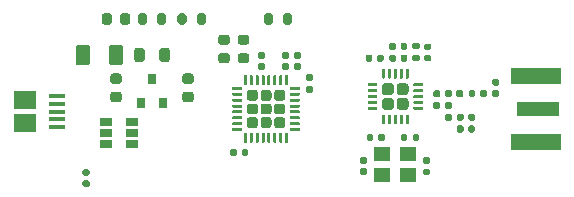
<source format=gtp>
%TF.GenerationSoftware,KiCad,Pcbnew,(5.1.12)-1*%
%TF.CreationDate,2022-02-05T21:00:18-05:00*%
%TF.ProjectId,usb-rf,7573622d-7266-42e6-9b69-6361645f7063,rev?*%
%TF.SameCoordinates,Original*%
%TF.FileFunction,Paste,Top*%
%TF.FilePolarity,Positive*%
%FSLAX46Y46*%
G04 Gerber Fmt 4.6, Leading zero omitted, Abs format (unit mm)*
G04 Created by KiCad (PCBNEW (5.1.12)-1) date 2022-02-05 21:00:18*
%MOMM*%
%LPD*%
G01*
G04 APERTURE LIST*
%ADD10R,3.600000X1.270000*%
%ADD11R,4.200000X1.350000*%
%ADD12R,1.900000X1.500000*%
%ADD13R,1.350000X0.400000*%
%ADD14R,1.400000X1.200000*%
%ADD15R,1.060000X0.650000*%
%ADD16R,0.800000X0.900000*%
G04 APERTURE END LIST*
D10*
X161236000Y-81788000D03*
D11*
X161036000Y-78963000D03*
X161036000Y-84613000D03*
D12*
X117762500Y-81000000D03*
D13*
X120462500Y-82000000D03*
X120462500Y-82650000D03*
X120462500Y-83300000D03*
X120462500Y-80700000D03*
X120462500Y-81350000D03*
D12*
X117762500Y-83000000D03*
G36*
G01*
X136793500Y-82473000D02*
X137258500Y-82473000D01*
G75*
G02*
X137491000Y-82705500I0J-232500D01*
G01*
X137491000Y-83170500D01*
G75*
G02*
X137258500Y-83403000I-232500J0D01*
G01*
X136793500Y-83403000D01*
G75*
G02*
X136561000Y-83170500I0J232500D01*
G01*
X136561000Y-82705500D01*
G75*
G02*
X136793500Y-82473000I232500J0D01*
G01*
G37*
G36*
G01*
X137943500Y-82473000D02*
X138408500Y-82473000D01*
G75*
G02*
X138641000Y-82705500I0J-232500D01*
G01*
X138641000Y-83170500D01*
G75*
G02*
X138408500Y-83403000I-232500J0D01*
G01*
X137943500Y-83403000D01*
G75*
G02*
X137711000Y-83170500I0J232500D01*
G01*
X137711000Y-82705500D01*
G75*
G02*
X137943500Y-82473000I232500J0D01*
G01*
G37*
G36*
G01*
X139093500Y-82473000D02*
X139558500Y-82473000D01*
G75*
G02*
X139791000Y-82705500I0J-232500D01*
G01*
X139791000Y-83170500D01*
G75*
G02*
X139558500Y-83403000I-232500J0D01*
G01*
X139093500Y-83403000D01*
G75*
G02*
X138861000Y-83170500I0J232500D01*
G01*
X138861000Y-82705500D01*
G75*
G02*
X139093500Y-82473000I232500J0D01*
G01*
G37*
G36*
G01*
X136793500Y-81323000D02*
X137258500Y-81323000D01*
G75*
G02*
X137491000Y-81555500I0J-232500D01*
G01*
X137491000Y-82020500D01*
G75*
G02*
X137258500Y-82253000I-232500J0D01*
G01*
X136793500Y-82253000D01*
G75*
G02*
X136561000Y-82020500I0J232500D01*
G01*
X136561000Y-81555500D01*
G75*
G02*
X136793500Y-81323000I232500J0D01*
G01*
G37*
G36*
G01*
X137943500Y-81323000D02*
X138408500Y-81323000D01*
G75*
G02*
X138641000Y-81555500I0J-232500D01*
G01*
X138641000Y-82020500D01*
G75*
G02*
X138408500Y-82253000I-232500J0D01*
G01*
X137943500Y-82253000D01*
G75*
G02*
X137711000Y-82020500I0J232500D01*
G01*
X137711000Y-81555500D01*
G75*
G02*
X137943500Y-81323000I232500J0D01*
G01*
G37*
G36*
G01*
X139093500Y-81323000D02*
X139558500Y-81323000D01*
G75*
G02*
X139791000Y-81555500I0J-232500D01*
G01*
X139791000Y-82020500D01*
G75*
G02*
X139558500Y-82253000I-232500J0D01*
G01*
X139093500Y-82253000D01*
G75*
G02*
X138861000Y-82020500I0J232500D01*
G01*
X138861000Y-81555500D01*
G75*
G02*
X139093500Y-81323000I232500J0D01*
G01*
G37*
G36*
G01*
X136793500Y-80173000D02*
X137258500Y-80173000D01*
G75*
G02*
X137491000Y-80405500I0J-232500D01*
G01*
X137491000Y-80870500D01*
G75*
G02*
X137258500Y-81103000I-232500J0D01*
G01*
X136793500Y-81103000D01*
G75*
G02*
X136561000Y-80870500I0J232500D01*
G01*
X136561000Y-80405500D01*
G75*
G02*
X136793500Y-80173000I232500J0D01*
G01*
G37*
G36*
G01*
X137943500Y-80173000D02*
X138408500Y-80173000D01*
G75*
G02*
X138641000Y-80405500I0J-232500D01*
G01*
X138641000Y-80870500D01*
G75*
G02*
X138408500Y-81103000I-232500J0D01*
G01*
X137943500Y-81103000D01*
G75*
G02*
X137711000Y-80870500I0J232500D01*
G01*
X137711000Y-80405500D01*
G75*
G02*
X137943500Y-80173000I232500J0D01*
G01*
G37*
G36*
G01*
X139093500Y-80173000D02*
X139558500Y-80173000D01*
G75*
G02*
X139791000Y-80405500I0J-232500D01*
G01*
X139791000Y-80870500D01*
G75*
G02*
X139558500Y-81103000I-232500J0D01*
G01*
X139093500Y-81103000D01*
G75*
G02*
X138861000Y-80870500I0J232500D01*
G01*
X138861000Y-80405500D01*
G75*
G02*
X139093500Y-80173000I232500J0D01*
G01*
G37*
G36*
G01*
X140238500Y-79913000D02*
X140988500Y-79913000D01*
G75*
G02*
X141051000Y-79975500I0J-62500D01*
G01*
X141051000Y-80100500D01*
G75*
G02*
X140988500Y-80163000I-62500J0D01*
G01*
X140238500Y-80163000D01*
G75*
G02*
X140176000Y-80100500I0J62500D01*
G01*
X140176000Y-79975500D01*
G75*
G02*
X140238500Y-79913000I62500J0D01*
G01*
G37*
G36*
G01*
X140238500Y-80413000D02*
X140988500Y-80413000D01*
G75*
G02*
X141051000Y-80475500I0J-62500D01*
G01*
X141051000Y-80600500D01*
G75*
G02*
X140988500Y-80663000I-62500J0D01*
G01*
X140238500Y-80663000D01*
G75*
G02*
X140176000Y-80600500I0J62500D01*
G01*
X140176000Y-80475500D01*
G75*
G02*
X140238500Y-80413000I62500J0D01*
G01*
G37*
G36*
G01*
X140238500Y-80913000D02*
X140988500Y-80913000D01*
G75*
G02*
X141051000Y-80975500I0J-62500D01*
G01*
X141051000Y-81100500D01*
G75*
G02*
X140988500Y-81163000I-62500J0D01*
G01*
X140238500Y-81163000D01*
G75*
G02*
X140176000Y-81100500I0J62500D01*
G01*
X140176000Y-80975500D01*
G75*
G02*
X140238500Y-80913000I62500J0D01*
G01*
G37*
G36*
G01*
X140238500Y-81413000D02*
X140988500Y-81413000D01*
G75*
G02*
X141051000Y-81475500I0J-62500D01*
G01*
X141051000Y-81600500D01*
G75*
G02*
X140988500Y-81663000I-62500J0D01*
G01*
X140238500Y-81663000D01*
G75*
G02*
X140176000Y-81600500I0J62500D01*
G01*
X140176000Y-81475500D01*
G75*
G02*
X140238500Y-81413000I62500J0D01*
G01*
G37*
G36*
G01*
X140238500Y-81913000D02*
X140988500Y-81913000D01*
G75*
G02*
X141051000Y-81975500I0J-62500D01*
G01*
X141051000Y-82100500D01*
G75*
G02*
X140988500Y-82163000I-62500J0D01*
G01*
X140238500Y-82163000D01*
G75*
G02*
X140176000Y-82100500I0J62500D01*
G01*
X140176000Y-81975500D01*
G75*
G02*
X140238500Y-81913000I62500J0D01*
G01*
G37*
G36*
G01*
X140238500Y-82413000D02*
X140988500Y-82413000D01*
G75*
G02*
X141051000Y-82475500I0J-62500D01*
G01*
X141051000Y-82600500D01*
G75*
G02*
X140988500Y-82663000I-62500J0D01*
G01*
X140238500Y-82663000D01*
G75*
G02*
X140176000Y-82600500I0J62500D01*
G01*
X140176000Y-82475500D01*
G75*
G02*
X140238500Y-82413000I62500J0D01*
G01*
G37*
G36*
G01*
X140238500Y-82913000D02*
X140988500Y-82913000D01*
G75*
G02*
X141051000Y-82975500I0J-62500D01*
G01*
X141051000Y-83100500D01*
G75*
G02*
X140988500Y-83163000I-62500J0D01*
G01*
X140238500Y-83163000D01*
G75*
G02*
X140176000Y-83100500I0J62500D01*
G01*
X140176000Y-82975500D01*
G75*
G02*
X140238500Y-82913000I62500J0D01*
G01*
G37*
G36*
G01*
X140238500Y-83413000D02*
X140988500Y-83413000D01*
G75*
G02*
X141051000Y-83475500I0J-62500D01*
G01*
X141051000Y-83600500D01*
G75*
G02*
X140988500Y-83663000I-62500J0D01*
G01*
X140238500Y-83663000D01*
G75*
G02*
X140176000Y-83600500I0J62500D01*
G01*
X140176000Y-83475500D01*
G75*
G02*
X140238500Y-83413000I62500J0D01*
G01*
G37*
G36*
G01*
X139863500Y-83788000D02*
X139988500Y-83788000D01*
G75*
G02*
X140051000Y-83850500I0J-62500D01*
G01*
X140051000Y-84600500D01*
G75*
G02*
X139988500Y-84663000I-62500J0D01*
G01*
X139863500Y-84663000D01*
G75*
G02*
X139801000Y-84600500I0J62500D01*
G01*
X139801000Y-83850500D01*
G75*
G02*
X139863500Y-83788000I62500J0D01*
G01*
G37*
G36*
G01*
X139363500Y-83788000D02*
X139488500Y-83788000D01*
G75*
G02*
X139551000Y-83850500I0J-62500D01*
G01*
X139551000Y-84600500D01*
G75*
G02*
X139488500Y-84663000I-62500J0D01*
G01*
X139363500Y-84663000D01*
G75*
G02*
X139301000Y-84600500I0J62500D01*
G01*
X139301000Y-83850500D01*
G75*
G02*
X139363500Y-83788000I62500J0D01*
G01*
G37*
G36*
G01*
X138863500Y-83788000D02*
X138988500Y-83788000D01*
G75*
G02*
X139051000Y-83850500I0J-62500D01*
G01*
X139051000Y-84600500D01*
G75*
G02*
X138988500Y-84663000I-62500J0D01*
G01*
X138863500Y-84663000D01*
G75*
G02*
X138801000Y-84600500I0J62500D01*
G01*
X138801000Y-83850500D01*
G75*
G02*
X138863500Y-83788000I62500J0D01*
G01*
G37*
G36*
G01*
X138363500Y-83788000D02*
X138488500Y-83788000D01*
G75*
G02*
X138551000Y-83850500I0J-62500D01*
G01*
X138551000Y-84600500D01*
G75*
G02*
X138488500Y-84663000I-62500J0D01*
G01*
X138363500Y-84663000D01*
G75*
G02*
X138301000Y-84600500I0J62500D01*
G01*
X138301000Y-83850500D01*
G75*
G02*
X138363500Y-83788000I62500J0D01*
G01*
G37*
G36*
G01*
X137863500Y-83788000D02*
X137988500Y-83788000D01*
G75*
G02*
X138051000Y-83850500I0J-62500D01*
G01*
X138051000Y-84600500D01*
G75*
G02*
X137988500Y-84663000I-62500J0D01*
G01*
X137863500Y-84663000D01*
G75*
G02*
X137801000Y-84600500I0J62500D01*
G01*
X137801000Y-83850500D01*
G75*
G02*
X137863500Y-83788000I62500J0D01*
G01*
G37*
G36*
G01*
X137363500Y-83788000D02*
X137488500Y-83788000D01*
G75*
G02*
X137551000Y-83850500I0J-62500D01*
G01*
X137551000Y-84600500D01*
G75*
G02*
X137488500Y-84663000I-62500J0D01*
G01*
X137363500Y-84663000D01*
G75*
G02*
X137301000Y-84600500I0J62500D01*
G01*
X137301000Y-83850500D01*
G75*
G02*
X137363500Y-83788000I62500J0D01*
G01*
G37*
G36*
G01*
X136863500Y-83788000D02*
X136988500Y-83788000D01*
G75*
G02*
X137051000Y-83850500I0J-62500D01*
G01*
X137051000Y-84600500D01*
G75*
G02*
X136988500Y-84663000I-62500J0D01*
G01*
X136863500Y-84663000D01*
G75*
G02*
X136801000Y-84600500I0J62500D01*
G01*
X136801000Y-83850500D01*
G75*
G02*
X136863500Y-83788000I62500J0D01*
G01*
G37*
G36*
G01*
X136363500Y-83788000D02*
X136488500Y-83788000D01*
G75*
G02*
X136551000Y-83850500I0J-62500D01*
G01*
X136551000Y-84600500D01*
G75*
G02*
X136488500Y-84663000I-62500J0D01*
G01*
X136363500Y-84663000D01*
G75*
G02*
X136301000Y-84600500I0J62500D01*
G01*
X136301000Y-83850500D01*
G75*
G02*
X136363500Y-83788000I62500J0D01*
G01*
G37*
G36*
G01*
X135363500Y-83413000D02*
X136113500Y-83413000D01*
G75*
G02*
X136176000Y-83475500I0J-62500D01*
G01*
X136176000Y-83600500D01*
G75*
G02*
X136113500Y-83663000I-62500J0D01*
G01*
X135363500Y-83663000D01*
G75*
G02*
X135301000Y-83600500I0J62500D01*
G01*
X135301000Y-83475500D01*
G75*
G02*
X135363500Y-83413000I62500J0D01*
G01*
G37*
G36*
G01*
X135363500Y-82913000D02*
X136113500Y-82913000D01*
G75*
G02*
X136176000Y-82975500I0J-62500D01*
G01*
X136176000Y-83100500D01*
G75*
G02*
X136113500Y-83163000I-62500J0D01*
G01*
X135363500Y-83163000D01*
G75*
G02*
X135301000Y-83100500I0J62500D01*
G01*
X135301000Y-82975500D01*
G75*
G02*
X135363500Y-82913000I62500J0D01*
G01*
G37*
G36*
G01*
X135363500Y-82413000D02*
X136113500Y-82413000D01*
G75*
G02*
X136176000Y-82475500I0J-62500D01*
G01*
X136176000Y-82600500D01*
G75*
G02*
X136113500Y-82663000I-62500J0D01*
G01*
X135363500Y-82663000D01*
G75*
G02*
X135301000Y-82600500I0J62500D01*
G01*
X135301000Y-82475500D01*
G75*
G02*
X135363500Y-82413000I62500J0D01*
G01*
G37*
G36*
G01*
X135363500Y-81913000D02*
X136113500Y-81913000D01*
G75*
G02*
X136176000Y-81975500I0J-62500D01*
G01*
X136176000Y-82100500D01*
G75*
G02*
X136113500Y-82163000I-62500J0D01*
G01*
X135363500Y-82163000D01*
G75*
G02*
X135301000Y-82100500I0J62500D01*
G01*
X135301000Y-81975500D01*
G75*
G02*
X135363500Y-81913000I62500J0D01*
G01*
G37*
G36*
G01*
X135363500Y-81413000D02*
X136113500Y-81413000D01*
G75*
G02*
X136176000Y-81475500I0J-62500D01*
G01*
X136176000Y-81600500D01*
G75*
G02*
X136113500Y-81663000I-62500J0D01*
G01*
X135363500Y-81663000D01*
G75*
G02*
X135301000Y-81600500I0J62500D01*
G01*
X135301000Y-81475500D01*
G75*
G02*
X135363500Y-81413000I62500J0D01*
G01*
G37*
G36*
G01*
X135363500Y-80913000D02*
X136113500Y-80913000D01*
G75*
G02*
X136176000Y-80975500I0J-62500D01*
G01*
X136176000Y-81100500D01*
G75*
G02*
X136113500Y-81163000I-62500J0D01*
G01*
X135363500Y-81163000D01*
G75*
G02*
X135301000Y-81100500I0J62500D01*
G01*
X135301000Y-80975500D01*
G75*
G02*
X135363500Y-80913000I62500J0D01*
G01*
G37*
G36*
G01*
X135363500Y-80413000D02*
X136113500Y-80413000D01*
G75*
G02*
X136176000Y-80475500I0J-62500D01*
G01*
X136176000Y-80600500D01*
G75*
G02*
X136113500Y-80663000I-62500J0D01*
G01*
X135363500Y-80663000D01*
G75*
G02*
X135301000Y-80600500I0J62500D01*
G01*
X135301000Y-80475500D01*
G75*
G02*
X135363500Y-80413000I62500J0D01*
G01*
G37*
G36*
G01*
X135363500Y-79913000D02*
X136113500Y-79913000D01*
G75*
G02*
X136176000Y-79975500I0J-62500D01*
G01*
X136176000Y-80100500D01*
G75*
G02*
X136113500Y-80163000I-62500J0D01*
G01*
X135363500Y-80163000D01*
G75*
G02*
X135301000Y-80100500I0J62500D01*
G01*
X135301000Y-79975500D01*
G75*
G02*
X135363500Y-79913000I62500J0D01*
G01*
G37*
G36*
G01*
X136363500Y-78913000D02*
X136488500Y-78913000D01*
G75*
G02*
X136551000Y-78975500I0J-62500D01*
G01*
X136551000Y-79725500D01*
G75*
G02*
X136488500Y-79788000I-62500J0D01*
G01*
X136363500Y-79788000D01*
G75*
G02*
X136301000Y-79725500I0J62500D01*
G01*
X136301000Y-78975500D01*
G75*
G02*
X136363500Y-78913000I62500J0D01*
G01*
G37*
G36*
G01*
X136863500Y-78913000D02*
X136988500Y-78913000D01*
G75*
G02*
X137051000Y-78975500I0J-62500D01*
G01*
X137051000Y-79725500D01*
G75*
G02*
X136988500Y-79788000I-62500J0D01*
G01*
X136863500Y-79788000D01*
G75*
G02*
X136801000Y-79725500I0J62500D01*
G01*
X136801000Y-78975500D01*
G75*
G02*
X136863500Y-78913000I62500J0D01*
G01*
G37*
G36*
G01*
X137363500Y-78913000D02*
X137488500Y-78913000D01*
G75*
G02*
X137551000Y-78975500I0J-62500D01*
G01*
X137551000Y-79725500D01*
G75*
G02*
X137488500Y-79788000I-62500J0D01*
G01*
X137363500Y-79788000D01*
G75*
G02*
X137301000Y-79725500I0J62500D01*
G01*
X137301000Y-78975500D01*
G75*
G02*
X137363500Y-78913000I62500J0D01*
G01*
G37*
G36*
G01*
X137863500Y-78913000D02*
X137988500Y-78913000D01*
G75*
G02*
X138051000Y-78975500I0J-62500D01*
G01*
X138051000Y-79725500D01*
G75*
G02*
X137988500Y-79788000I-62500J0D01*
G01*
X137863500Y-79788000D01*
G75*
G02*
X137801000Y-79725500I0J62500D01*
G01*
X137801000Y-78975500D01*
G75*
G02*
X137863500Y-78913000I62500J0D01*
G01*
G37*
G36*
G01*
X138363500Y-78913000D02*
X138488500Y-78913000D01*
G75*
G02*
X138551000Y-78975500I0J-62500D01*
G01*
X138551000Y-79725500D01*
G75*
G02*
X138488500Y-79788000I-62500J0D01*
G01*
X138363500Y-79788000D01*
G75*
G02*
X138301000Y-79725500I0J62500D01*
G01*
X138301000Y-78975500D01*
G75*
G02*
X138363500Y-78913000I62500J0D01*
G01*
G37*
G36*
G01*
X138863500Y-78913000D02*
X138988500Y-78913000D01*
G75*
G02*
X139051000Y-78975500I0J-62500D01*
G01*
X139051000Y-79725500D01*
G75*
G02*
X138988500Y-79788000I-62500J0D01*
G01*
X138863500Y-79788000D01*
G75*
G02*
X138801000Y-79725500I0J62500D01*
G01*
X138801000Y-78975500D01*
G75*
G02*
X138863500Y-78913000I62500J0D01*
G01*
G37*
G36*
G01*
X139363500Y-78913000D02*
X139488500Y-78913000D01*
G75*
G02*
X139551000Y-78975500I0J-62500D01*
G01*
X139551000Y-79725500D01*
G75*
G02*
X139488500Y-79788000I-62500J0D01*
G01*
X139363500Y-79788000D01*
G75*
G02*
X139301000Y-79725500I0J62500D01*
G01*
X139301000Y-78975500D01*
G75*
G02*
X139363500Y-78913000I62500J0D01*
G01*
G37*
G36*
G01*
X139863500Y-78913000D02*
X139988500Y-78913000D01*
G75*
G02*
X140051000Y-78975500I0J-62500D01*
G01*
X140051000Y-79725500D01*
G75*
G02*
X139988500Y-79788000I-62500J0D01*
G01*
X139863500Y-79788000D01*
G75*
G02*
X139801000Y-79725500I0J62500D01*
G01*
X139801000Y-78975500D01*
G75*
G02*
X139863500Y-78913000I62500J0D01*
G01*
G37*
G36*
G01*
X125126000Y-73911750D02*
X125126000Y-74424250D01*
G75*
G02*
X124907250Y-74643000I-218750J0D01*
G01*
X124469750Y-74643000D01*
G75*
G02*
X124251000Y-74424250I0J218750D01*
G01*
X124251000Y-73911750D01*
G75*
G02*
X124469750Y-73693000I218750J0D01*
G01*
X124907250Y-73693000D01*
G75*
G02*
X125126000Y-73911750I0J-218750D01*
G01*
G37*
G36*
G01*
X126701000Y-73911750D02*
X126701000Y-74424250D01*
G75*
G02*
X126482250Y-74643000I-218750J0D01*
G01*
X126044750Y-74643000D01*
G75*
G02*
X125826000Y-74424250I0J218750D01*
G01*
X125826000Y-73911750D01*
G75*
G02*
X126044750Y-73693000I218750J0D01*
G01*
X126482250Y-73693000D01*
G75*
G02*
X126701000Y-73911750I0J-218750D01*
G01*
G37*
G36*
G01*
X128099000Y-73893000D02*
X128099000Y-74443000D01*
G75*
G02*
X127899000Y-74643000I-200000J0D01*
G01*
X127499000Y-74643000D01*
G75*
G02*
X127299000Y-74443000I0J200000D01*
G01*
X127299000Y-73893000D01*
G75*
G02*
X127499000Y-73693000I200000J0D01*
G01*
X127899000Y-73693000D01*
G75*
G02*
X128099000Y-73893000I0J-200000D01*
G01*
G37*
G36*
G01*
X129749000Y-73893000D02*
X129749000Y-74443000D01*
G75*
G02*
X129549000Y-74643000I-200000J0D01*
G01*
X129149000Y-74643000D01*
G75*
G02*
X128949000Y-74443000I0J200000D01*
G01*
X128949000Y-73893000D01*
G75*
G02*
X129149000Y-73693000I200000J0D01*
G01*
X129549000Y-73693000D01*
G75*
G02*
X129749000Y-73893000I0J-200000D01*
G01*
G37*
G36*
G01*
X124851000Y-77841000D02*
X124851000Y-76591000D01*
G75*
G02*
X125101000Y-76341000I250000J0D01*
G01*
X125851000Y-76341000D01*
G75*
G02*
X126101000Y-76591000I0J-250000D01*
G01*
X126101000Y-77841000D01*
G75*
G02*
X125851000Y-78091000I-250000J0D01*
G01*
X125101000Y-78091000D01*
G75*
G02*
X124851000Y-77841000I0J250000D01*
G01*
G37*
G36*
G01*
X122051000Y-77841000D02*
X122051000Y-76591000D01*
G75*
G02*
X122301000Y-76341000I250000J0D01*
G01*
X123051000Y-76341000D01*
G75*
G02*
X123301000Y-76591000I0J-250000D01*
G01*
X123301000Y-77841000D01*
G75*
G02*
X123051000Y-78091000I-250000J0D01*
G01*
X122301000Y-78091000D01*
G75*
G02*
X122051000Y-77841000I0J250000D01*
G01*
G37*
D14*
X150220000Y-87334000D03*
X148020000Y-87334000D03*
X148020000Y-85634000D03*
X150220000Y-85634000D03*
G36*
G01*
X149240000Y-81614000D02*
X149240000Y-81104000D01*
G75*
G02*
X149490000Y-80854000I250000J0D01*
G01*
X150000000Y-80854000D01*
G75*
G02*
X150250000Y-81104000I0J-250000D01*
G01*
X150250000Y-81614000D01*
G75*
G02*
X150000000Y-81864000I-250000J0D01*
G01*
X149490000Y-81864000D01*
G75*
G02*
X149240000Y-81614000I0J250000D01*
G01*
G37*
G36*
G01*
X149240000Y-80364000D02*
X149240000Y-79854000D01*
G75*
G02*
X149490000Y-79604000I250000J0D01*
G01*
X150000000Y-79604000D01*
G75*
G02*
X150250000Y-79854000I0J-250000D01*
G01*
X150250000Y-80364000D01*
G75*
G02*
X150000000Y-80614000I-250000J0D01*
G01*
X149490000Y-80614000D01*
G75*
G02*
X149240000Y-80364000I0J250000D01*
G01*
G37*
G36*
G01*
X147990000Y-81614000D02*
X147990000Y-81104000D01*
G75*
G02*
X148240000Y-80854000I250000J0D01*
G01*
X148750000Y-80854000D01*
G75*
G02*
X149000000Y-81104000I0J-250000D01*
G01*
X149000000Y-81614000D01*
G75*
G02*
X148750000Y-81864000I-250000J0D01*
G01*
X148240000Y-81864000D01*
G75*
G02*
X147990000Y-81614000I0J250000D01*
G01*
G37*
G36*
G01*
X147990000Y-80364000D02*
X147990000Y-79854000D01*
G75*
G02*
X148240000Y-79604000I250000J0D01*
G01*
X148750000Y-79604000D01*
G75*
G02*
X149000000Y-79854000I0J-250000D01*
G01*
X149000000Y-80364000D01*
G75*
G02*
X148750000Y-80614000I-250000J0D01*
G01*
X148240000Y-80614000D01*
G75*
G02*
X147990000Y-80364000I0J250000D01*
G01*
G37*
G36*
G01*
X147995000Y-79146500D02*
X147995000Y-78446500D01*
G75*
G02*
X148057500Y-78384000I62500J0D01*
G01*
X148182500Y-78384000D01*
G75*
G02*
X148245000Y-78446500I0J-62500D01*
G01*
X148245000Y-79146500D01*
G75*
G02*
X148182500Y-79209000I-62500J0D01*
G01*
X148057500Y-79209000D01*
G75*
G02*
X147995000Y-79146500I0J62500D01*
G01*
G37*
G36*
G01*
X148495000Y-79146500D02*
X148495000Y-78446500D01*
G75*
G02*
X148557500Y-78384000I62500J0D01*
G01*
X148682500Y-78384000D01*
G75*
G02*
X148745000Y-78446500I0J-62500D01*
G01*
X148745000Y-79146500D01*
G75*
G02*
X148682500Y-79209000I-62500J0D01*
G01*
X148557500Y-79209000D01*
G75*
G02*
X148495000Y-79146500I0J62500D01*
G01*
G37*
G36*
G01*
X148995000Y-79146500D02*
X148995000Y-78446500D01*
G75*
G02*
X149057500Y-78384000I62500J0D01*
G01*
X149182500Y-78384000D01*
G75*
G02*
X149245000Y-78446500I0J-62500D01*
G01*
X149245000Y-79146500D01*
G75*
G02*
X149182500Y-79209000I-62500J0D01*
G01*
X149057500Y-79209000D01*
G75*
G02*
X148995000Y-79146500I0J62500D01*
G01*
G37*
G36*
G01*
X149495000Y-79146500D02*
X149495000Y-78446500D01*
G75*
G02*
X149557500Y-78384000I62500J0D01*
G01*
X149682500Y-78384000D01*
G75*
G02*
X149745000Y-78446500I0J-62500D01*
G01*
X149745000Y-79146500D01*
G75*
G02*
X149682500Y-79209000I-62500J0D01*
G01*
X149557500Y-79209000D01*
G75*
G02*
X149495000Y-79146500I0J62500D01*
G01*
G37*
G36*
G01*
X149995000Y-79146500D02*
X149995000Y-78446500D01*
G75*
G02*
X150057500Y-78384000I62500J0D01*
G01*
X150182500Y-78384000D01*
G75*
G02*
X150245000Y-78446500I0J-62500D01*
G01*
X150245000Y-79146500D01*
G75*
G02*
X150182500Y-79209000I-62500J0D01*
G01*
X150057500Y-79209000D01*
G75*
G02*
X149995000Y-79146500I0J62500D01*
G01*
G37*
G36*
G01*
X150645000Y-79796500D02*
X150645000Y-79671500D01*
G75*
G02*
X150707500Y-79609000I62500J0D01*
G01*
X151407500Y-79609000D01*
G75*
G02*
X151470000Y-79671500I0J-62500D01*
G01*
X151470000Y-79796500D01*
G75*
G02*
X151407500Y-79859000I-62500J0D01*
G01*
X150707500Y-79859000D01*
G75*
G02*
X150645000Y-79796500I0J62500D01*
G01*
G37*
G36*
G01*
X150645000Y-80296500D02*
X150645000Y-80171500D01*
G75*
G02*
X150707500Y-80109000I62500J0D01*
G01*
X151407500Y-80109000D01*
G75*
G02*
X151470000Y-80171500I0J-62500D01*
G01*
X151470000Y-80296500D01*
G75*
G02*
X151407500Y-80359000I-62500J0D01*
G01*
X150707500Y-80359000D01*
G75*
G02*
X150645000Y-80296500I0J62500D01*
G01*
G37*
G36*
G01*
X150645000Y-80796500D02*
X150645000Y-80671500D01*
G75*
G02*
X150707500Y-80609000I62500J0D01*
G01*
X151407500Y-80609000D01*
G75*
G02*
X151470000Y-80671500I0J-62500D01*
G01*
X151470000Y-80796500D01*
G75*
G02*
X151407500Y-80859000I-62500J0D01*
G01*
X150707500Y-80859000D01*
G75*
G02*
X150645000Y-80796500I0J62500D01*
G01*
G37*
G36*
G01*
X150645000Y-81296500D02*
X150645000Y-81171500D01*
G75*
G02*
X150707500Y-81109000I62500J0D01*
G01*
X151407500Y-81109000D01*
G75*
G02*
X151470000Y-81171500I0J-62500D01*
G01*
X151470000Y-81296500D01*
G75*
G02*
X151407500Y-81359000I-62500J0D01*
G01*
X150707500Y-81359000D01*
G75*
G02*
X150645000Y-81296500I0J62500D01*
G01*
G37*
G36*
G01*
X150645000Y-81796500D02*
X150645000Y-81671500D01*
G75*
G02*
X150707500Y-81609000I62500J0D01*
G01*
X151407500Y-81609000D01*
G75*
G02*
X151470000Y-81671500I0J-62500D01*
G01*
X151470000Y-81796500D01*
G75*
G02*
X151407500Y-81859000I-62500J0D01*
G01*
X150707500Y-81859000D01*
G75*
G02*
X150645000Y-81796500I0J62500D01*
G01*
G37*
G36*
G01*
X149995000Y-83021500D02*
X149995000Y-82321500D01*
G75*
G02*
X150057500Y-82259000I62500J0D01*
G01*
X150182500Y-82259000D01*
G75*
G02*
X150245000Y-82321500I0J-62500D01*
G01*
X150245000Y-83021500D01*
G75*
G02*
X150182500Y-83084000I-62500J0D01*
G01*
X150057500Y-83084000D01*
G75*
G02*
X149995000Y-83021500I0J62500D01*
G01*
G37*
G36*
G01*
X149495000Y-83021500D02*
X149495000Y-82321500D01*
G75*
G02*
X149557500Y-82259000I62500J0D01*
G01*
X149682500Y-82259000D01*
G75*
G02*
X149745000Y-82321500I0J-62500D01*
G01*
X149745000Y-83021500D01*
G75*
G02*
X149682500Y-83084000I-62500J0D01*
G01*
X149557500Y-83084000D01*
G75*
G02*
X149495000Y-83021500I0J62500D01*
G01*
G37*
G36*
G01*
X148995000Y-83021500D02*
X148995000Y-82321500D01*
G75*
G02*
X149057500Y-82259000I62500J0D01*
G01*
X149182500Y-82259000D01*
G75*
G02*
X149245000Y-82321500I0J-62500D01*
G01*
X149245000Y-83021500D01*
G75*
G02*
X149182500Y-83084000I-62500J0D01*
G01*
X149057500Y-83084000D01*
G75*
G02*
X148995000Y-83021500I0J62500D01*
G01*
G37*
G36*
G01*
X148495000Y-83021500D02*
X148495000Y-82321500D01*
G75*
G02*
X148557500Y-82259000I62500J0D01*
G01*
X148682500Y-82259000D01*
G75*
G02*
X148745000Y-82321500I0J-62500D01*
G01*
X148745000Y-83021500D01*
G75*
G02*
X148682500Y-83084000I-62500J0D01*
G01*
X148557500Y-83084000D01*
G75*
G02*
X148495000Y-83021500I0J62500D01*
G01*
G37*
G36*
G01*
X147995000Y-83021500D02*
X147995000Y-82321500D01*
G75*
G02*
X148057500Y-82259000I62500J0D01*
G01*
X148182500Y-82259000D01*
G75*
G02*
X148245000Y-82321500I0J-62500D01*
G01*
X148245000Y-83021500D01*
G75*
G02*
X148182500Y-83084000I-62500J0D01*
G01*
X148057500Y-83084000D01*
G75*
G02*
X147995000Y-83021500I0J62500D01*
G01*
G37*
G36*
G01*
X146770000Y-81796500D02*
X146770000Y-81671500D01*
G75*
G02*
X146832500Y-81609000I62500J0D01*
G01*
X147532500Y-81609000D01*
G75*
G02*
X147595000Y-81671500I0J-62500D01*
G01*
X147595000Y-81796500D01*
G75*
G02*
X147532500Y-81859000I-62500J0D01*
G01*
X146832500Y-81859000D01*
G75*
G02*
X146770000Y-81796500I0J62500D01*
G01*
G37*
G36*
G01*
X146770000Y-81296500D02*
X146770000Y-81171500D01*
G75*
G02*
X146832500Y-81109000I62500J0D01*
G01*
X147532500Y-81109000D01*
G75*
G02*
X147595000Y-81171500I0J-62500D01*
G01*
X147595000Y-81296500D01*
G75*
G02*
X147532500Y-81359000I-62500J0D01*
G01*
X146832500Y-81359000D01*
G75*
G02*
X146770000Y-81296500I0J62500D01*
G01*
G37*
G36*
G01*
X146770000Y-80796500D02*
X146770000Y-80671500D01*
G75*
G02*
X146832500Y-80609000I62500J0D01*
G01*
X147532500Y-80609000D01*
G75*
G02*
X147595000Y-80671500I0J-62500D01*
G01*
X147595000Y-80796500D01*
G75*
G02*
X147532500Y-80859000I-62500J0D01*
G01*
X146832500Y-80859000D01*
G75*
G02*
X146770000Y-80796500I0J62500D01*
G01*
G37*
G36*
G01*
X146770000Y-80296500D02*
X146770000Y-80171500D01*
G75*
G02*
X146832500Y-80109000I62500J0D01*
G01*
X147532500Y-80109000D01*
G75*
G02*
X147595000Y-80171500I0J-62500D01*
G01*
X147595000Y-80296500D01*
G75*
G02*
X147532500Y-80359000I-62500J0D01*
G01*
X146832500Y-80359000D01*
G75*
G02*
X146770000Y-80296500I0J62500D01*
G01*
G37*
G36*
G01*
X146770000Y-79796500D02*
X146770000Y-79671500D01*
G75*
G02*
X146832500Y-79609000I62500J0D01*
G01*
X147532500Y-79609000D01*
G75*
G02*
X147595000Y-79671500I0J-62500D01*
G01*
X147595000Y-79796500D01*
G75*
G02*
X147532500Y-79859000I-62500J0D01*
G01*
X146832500Y-79859000D01*
G75*
G02*
X146770000Y-79796500I0J62500D01*
G01*
G37*
D15*
X124630000Y-83820000D03*
X124630000Y-84770000D03*
X124630000Y-82870000D03*
X126830000Y-82870000D03*
X126830000Y-83820000D03*
X126830000Y-84770000D03*
D16*
X128524000Y-79264000D03*
X129474000Y-81264000D03*
X127574000Y-81264000D03*
G36*
G01*
X150130000Y-84016000D02*
X150130000Y-84386000D01*
G75*
G02*
X149995000Y-84521000I-135000J0D01*
G01*
X149725000Y-84521000D01*
G75*
G02*
X149590000Y-84386000I0J135000D01*
G01*
X149590000Y-84016000D01*
G75*
G02*
X149725000Y-83881000I135000J0D01*
G01*
X149995000Y-83881000D01*
G75*
G02*
X150130000Y-84016000I0J-135000D01*
G01*
G37*
G36*
G01*
X151150000Y-84016000D02*
X151150000Y-84386000D01*
G75*
G02*
X151015000Y-84521000I-135000J0D01*
G01*
X150745000Y-84521000D01*
G75*
G02*
X150610000Y-84386000I0J135000D01*
G01*
X150610000Y-84016000D01*
G75*
G02*
X150745000Y-83881000I135000J0D01*
G01*
X151015000Y-83881000D01*
G75*
G02*
X151150000Y-84016000I0J-135000D01*
G01*
G37*
G36*
G01*
X151055000Y-76734000D02*
X150685000Y-76734000D01*
G75*
G02*
X150550000Y-76599000I0J135000D01*
G01*
X150550000Y-76329000D01*
G75*
G02*
X150685000Y-76194000I135000J0D01*
G01*
X151055000Y-76194000D01*
G75*
G02*
X151190000Y-76329000I0J-135000D01*
G01*
X151190000Y-76599000D01*
G75*
G02*
X151055000Y-76734000I-135000J0D01*
G01*
G37*
G36*
G01*
X151055000Y-77754000D02*
X150685000Y-77754000D01*
G75*
G02*
X150550000Y-77619000I0J135000D01*
G01*
X150550000Y-77349000D01*
G75*
G02*
X150685000Y-77214000I135000J0D01*
G01*
X151055000Y-77214000D01*
G75*
G02*
X151190000Y-77349000I0J-135000D01*
G01*
X151190000Y-77619000D01*
G75*
G02*
X151055000Y-77754000I-135000J0D01*
G01*
G37*
G36*
G01*
X139617000Y-74443000D02*
X139617000Y-73893000D01*
G75*
G02*
X139817000Y-73693000I200000J0D01*
G01*
X140217000Y-73693000D01*
G75*
G02*
X140417000Y-73893000I0J-200000D01*
G01*
X140417000Y-74443000D01*
G75*
G02*
X140217000Y-74643000I-200000J0D01*
G01*
X139817000Y-74643000D01*
G75*
G02*
X139617000Y-74443000I0J200000D01*
G01*
G37*
G36*
G01*
X137967000Y-74443000D02*
X137967000Y-73893000D01*
G75*
G02*
X138167000Y-73693000I200000J0D01*
G01*
X138567000Y-73693000D01*
G75*
G02*
X138767000Y-73893000I0J-200000D01*
G01*
X138767000Y-74443000D01*
G75*
G02*
X138567000Y-74643000I-200000J0D01*
G01*
X138167000Y-74643000D01*
G75*
G02*
X137967000Y-74443000I0J200000D01*
G01*
G37*
G36*
G01*
X131464000Y-73893000D02*
X131464000Y-74443000D01*
G75*
G02*
X131264000Y-74643000I-200000J0D01*
G01*
X130864000Y-74643000D01*
G75*
G02*
X130664000Y-74443000I0J200000D01*
G01*
X130664000Y-73893000D01*
G75*
G02*
X130864000Y-73693000I200000J0D01*
G01*
X131264000Y-73693000D01*
G75*
G02*
X131464000Y-73893000I0J-200000D01*
G01*
G37*
G36*
G01*
X133114000Y-73893000D02*
X133114000Y-74443000D01*
G75*
G02*
X132914000Y-74643000I-200000J0D01*
G01*
X132514000Y-74643000D01*
G75*
G02*
X132314000Y-74443000I0J200000D01*
G01*
X132314000Y-73893000D01*
G75*
G02*
X132514000Y-73693000I200000J0D01*
G01*
X132914000Y-73693000D01*
G75*
G02*
X133114000Y-73893000I0J-200000D01*
G01*
G37*
G36*
G01*
X142044000Y-79389000D02*
X141674000Y-79389000D01*
G75*
G02*
X141539000Y-79254000I0J135000D01*
G01*
X141539000Y-78984000D01*
G75*
G02*
X141674000Y-78849000I135000J0D01*
G01*
X142044000Y-78849000D01*
G75*
G02*
X142179000Y-78984000I0J-135000D01*
G01*
X142179000Y-79254000D01*
G75*
G02*
X142044000Y-79389000I-135000J0D01*
G01*
G37*
G36*
G01*
X142044000Y-80409000D02*
X141674000Y-80409000D01*
G75*
G02*
X141539000Y-80274000I0J135000D01*
G01*
X141539000Y-80004000D01*
G75*
G02*
X141674000Y-79869000I135000J0D01*
G01*
X142044000Y-79869000D01*
G75*
G02*
X142179000Y-80004000I0J-135000D01*
G01*
X142179000Y-80274000D01*
G75*
G02*
X142044000Y-80409000I-135000J0D01*
G01*
G37*
G36*
G01*
X153447500Y-82189000D02*
X153792500Y-82189000D01*
G75*
G02*
X153940000Y-82336500I0J-147500D01*
G01*
X153940000Y-82631500D01*
G75*
G02*
X153792500Y-82779000I-147500J0D01*
G01*
X153447500Y-82779000D01*
G75*
G02*
X153300000Y-82631500I0J147500D01*
G01*
X153300000Y-82336500D01*
G75*
G02*
X153447500Y-82189000I147500J0D01*
G01*
G37*
G36*
G01*
X153447500Y-81219000D02*
X153792500Y-81219000D01*
G75*
G02*
X153940000Y-81366500I0J-147500D01*
G01*
X153940000Y-81661500D01*
G75*
G02*
X153792500Y-81809000I-147500J0D01*
G01*
X153447500Y-81809000D01*
G75*
G02*
X153300000Y-81661500I0J147500D01*
G01*
X153300000Y-81366500D01*
G75*
G02*
X153447500Y-81219000I147500J0D01*
G01*
G37*
G36*
G01*
X152447500Y-81189000D02*
X152792500Y-81189000D01*
G75*
G02*
X152940000Y-81336500I0J-147500D01*
G01*
X152940000Y-81631500D01*
G75*
G02*
X152792500Y-81779000I-147500J0D01*
G01*
X152447500Y-81779000D01*
G75*
G02*
X152300000Y-81631500I0J147500D01*
G01*
X152300000Y-81336500D01*
G75*
G02*
X152447500Y-81189000I147500J0D01*
G01*
G37*
G36*
G01*
X152447500Y-80219000D02*
X152792500Y-80219000D01*
G75*
G02*
X152940000Y-80366500I0J-147500D01*
G01*
X152940000Y-80661500D01*
G75*
G02*
X152792500Y-80809000I-147500J0D01*
G01*
X152447500Y-80809000D01*
G75*
G02*
X152300000Y-80661500I0J147500D01*
G01*
X152300000Y-80366500D01*
G75*
G02*
X152447500Y-80219000I147500J0D01*
G01*
G37*
G36*
G01*
X154295000Y-80656500D02*
X154295000Y-80311500D01*
G75*
G02*
X154442500Y-80164000I147500J0D01*
G01*
X154737500Y-80164000D01*
G75*
G02*
X154885000Y-80311500I0J-147500D01*
G01*
X154885000Y-80656500D01*
G75*
G02*
X154737500Y-80804000I-147500J0D01*
G01*
X154442500Y-80804000D01*
G75*
G02*
X154295000Y-80656500I0J147500D01*
G01*
G37*
G36*
G01*
X153325000Y-80656500D02*
X153325000Y-80311500D01*
G75*
G02*
X153472500Y-80164000I147500J0D01*
G01*
X153767500Y-80164000D01*
G75*
G02*
X153915000Y-80311500I0J-147500D01*
G01*
X153915000Y-80656500D01*
G75*
G02*
X153767500Y-80804000I-147500J0D01*
G01*
X153472500Y-80804000D01*
G75*
G02*
X153325000Y-80656500I0J147500D01*
G01*
G37*
G36*
G01*
X127899000Y-76834750D02*
X127899000Y-77597250D01*
G75*
G02*
X127680250Y-77816000I-218750J0D01*
G01*
X127242750Y-77816000D01*
G75*
G02*
X127024000Y-77597250I0J218750D01*
G01*
X127024000Y-76834750D01*
G75*
G02*
X127242750Y-76616000I218750J0D01*
G01*
X127680250Y-76616000D01*
G75*
G02*
X127899000Y-76834750I0J-218750D01*
G01*
G37*
G36*
G01*
X130024000Y-76834750D02*
X130024000Y-77597250D01*
G75*
G02*
X129805250Y-77816000I-218750J0D01*
G01*
X129367750Y-77816000D01*
G75*
G02*
X129149000Y-77597250I0J218750D01*
G01*
X129149000Y-76834750D01*
G75*
G02*
X129367750Y-76616000I218750J0D01*
G01*
X129805250Y-76616000D01*
G75*
G02*
X130024000Y-76834750I0J-218750D01*
G01*
G37*
G36*
G01*
X136014750Y-77058000D02*
X136527250Y-77058000D01*
G75*
G02*
X136746000Y-77276750I0J-218750D01*
G01*
X136746000Y-77714250D01*
G75*
G02*
X136527250Y-77933000I-218750J0D01*
G01*
X136014750Y-77933000D01*
G75*
G02*
X135796000Y-77714250I0J218750D01*
G01*
X135796000Y-77276750D01*
G75*
G02*
X136014750Y-77058000I218750J0D01*
G01*
G37*
G36*
G01*
X136014750Y-75483000D02*
X136527250Y-75483000D01*
G75*
G02*
X136746000Y-75701750I0J-218750D01*
G01*
X136746000Y-76139250D01*
G75*
G02*
X136527250Y-76358000I-218750J0D01*
G01*
X136014750Y-76358000D01*
G75*
G02*
X135796000Y-76139250I0J218750D01*
G01*
X135796000Y-75701750D01*
G75*
G02*
X136014750Y-75483000I218750J0D01*
G01*
G37*
G36*
G01*
X134363750Y-77058000D02*
X134876250Y-77058000D01*
G75*
G02*
X135095000Y-77276750I0J-218750D01*
G01*
X135095000Y-77714250D01*
G75*
G02*
X134876250Y-77933000I-218750J0D01*
G01*
X134363750Y-77933000D01*
G75*
G02*
X134145000Y-77714250I0J218750D01*
G01*
X134145000Y-77276750D01*
G75*
G02*
X134363750Y-77058000I218750J0D01*
G01*
G37*
G36*
G01*
X134363750Y-75483000D02*
X134876250Y-75483000D01*
G75*
G02*
X135095000Y-75701750I0J-218750D01*
G01*
X135095000Y-76139250D01*
G75*
G02*
X134876250Y-76358000I-218750J0D01*
G01*
X134363750Y-76358000D01*
G75*
G02*
X134145000Y-76139250I0J218750D01*
G01*
X134145000Y-75701750D01*
G75*
G02*
X134363750Y-75483000I218750J0D01*
G01*
G37*
G36*
G01*
X146261000Y-86814000D02*
X146601000Y-86814000D01*
G75*
G02*
X146741000Y-86954000I0J-140000D01*
G01*
X146741000Y-87234000D01*
G75*
G02*
X146601000Y-87374000I-140000J0D01*
G01*
X146261000Y-87374000D01*
G75*
G02*
X146121000Y-87234000I0J140000D01*
G01*
X146121000Y-86954000D01*
G75*
G02*
X146261000Y-86814000I140000J0D01*
G01*
G37*
G36*
G01*
X146261000Y-85854000D02*
X146601000Y-85854000D01*
G75*
G02*
X146741000Y-85994000I0J-140000D01*
G01*
X146741000Y-86274000D01*
G75*
G02*
X146601000Y-86414000I-140000J0D01*
G01*
X146261000Y-86414000D01*
G75*
G02*
X146121000Y-86274000I0J140000D01*
G01*
X146121000Y-85994000D01*
G75*
G02*
X146261000Y-85854000I140000J0D01*
G01*
G37*
G36*
G01*
X151935000Y-86442000D02*
X151595000Y-86442000D01*
G75*
G02*
X151455000Y-86302000I0J140000D01*
G01*
X151455000Y-86022000D01*
G75*
G02*
X151595000Y-85882000I140000J0D01*
G01*
X151935000Y-85882000D01*
G75*
G02*
X152075000Y-86022000I0J-140000D01*
G01*
X152075000Y-86302000D01*
G75*
G02*
X151935000Y-86442000I-140000J0D01*
G01*
G37*
G36*
G01*
X151935000Y-87402000D02*
X151595000Y-87402000D01*
G75*
G02*
X151455000Y-87262000I0J140000D01*
G01*
X151455000Y-86982000D01*
G75*
G02*
X151595000Y-86842000I140000J0D01*
G01*
X151935000Y-86842000D01*
G75*
G02*
X152075000Y-86982000I0J-140000D01*
G01*
X152075000Y-87262000D01*
G75*
G02*
X151935000Y-87402000I-140000J0D01*
G01*
G37*
G36*
G01*
X154900000Y-82314000D02*
X154900000Y-82654000D01*
G75*
G02*
X154760000Y-82794000I-140000J0D01*
G01*
X154480000Y-82794000D01*
G75*
G02*
X154340000Y-82654000I0J140000D01*
G01*
X154340000Y-82314000D01*
G75*
G02*
X154480000Y-82174000I140000J0D01*
G01*
X154760000Y-82174000D01*
G75*
G02*
X154900000Y-82314000I0J-140000D01*
G01*
G37*
G36*
G01*
X155860000Y-82314000D02*
X155860000Y-82654000D01*
G75*
G02*
X155720000Y-82794000I-140000J0D01*
G01*
X155440000Y-82794000D01*
G75*
G02*
X155300000Y-82654000I0J140000D01*
G01*
X155300000Y-82314000D01*
G75*
G02*
X155440000Y-82174000I140000J0D01*
G01*
X155720000Y-82174000D01*
G75*
G02*
X155860000Y-82314000I0J-140000D01*
G01*
G37*
G36*
G01*
X154900000Y-83314000D02*
X154900000Y-83654000D01*
G75*
G02*
X154760000Y-83794000I-140000J0D01*
G01*
X154480000Y-83794000D01*
G75*
G02*
X154340000Y-83654000I0J140000D01*
G01*
X154340000Y-83314000D01*
G75*
G02*
X154480000Y-83174000I140000J0D01*
G01*
X154760000Y-83174000D01*
G75*
G02*
X154900000Y-83314000I0J-140000D01*
G01*
G37*
G36*
G01*
X155860000Y-83314000D02*
X155860000Y-83654000D01*
G75*
G02*
X155720000Y-83794000I-140000J0D01*
G01*
X155440000Y-83794000D01*
G75*
G02*
X155300000Y-83654000I0J140000D01*
G01*
X155300000Y-83314000D01*
G75*
G02*
X155440000Y-83174000I140000J0D01*
G01*
X155720000Y-83174000D01*
G75*
G02*
X155860000Y-83314000I0J-140000D01*
G01*
G37*
G36*
G01*
X157450000Y-80204000D02*
X157790000Y-80204000D01*
G75*
G02*
X157930000Y-80344000I0J-140000D01*
G01*
X157930000Y-80624000D01*
G75*
G02*
X157790000Y-80764000I-140000J0D01*
G01*
X157450000Y-80764000D01*
G75*
G02*
X157310000Y-80624000I0J140000D01*
G01*
X157310000Y-80344000D01*
G75*
G02*
X157450000Y-80204000I140000J0D01*
G01*
G37*
G36*
G01*
X157450000Y-79244000D02*
X157790000Y-79244000D01*
G75*
G02*
X157930000Y-79384000I0J-140000D01*
G01*
X157930000Y-79664000D01*
G75*
G02*
X157790000Y-79804000I-140000J0D01*
G01*
X157450000Y-79804000D01*
G75*
G02*
X157310000Y-79664000I0J140000D01*
G01*
X157310000Y-79384000D01*
G75*
G02*
X157450000Y-79244000I140000J0D01*
G01*
G37*
G36*
G01*
X155900000Y-80314000D02*
X155900000Y-80654000D01*
G75*
G02*
X155760000Y-80794000I-140000J0D01*
G01*
X155480000Y-80794000D01*
G75*
G02*
X155340000Y-80654000I0J140000D01*
G01*
X155340000Y-80314000D01*
G75*
G02*
X155480000Y-80174000I140000J0D01*
G01*
X155760000Y-80174000D01*
G75*
G02*
X155900000Y-80314000I0J-140000D01*
G01*
G37*
G36*
G01*
X156860000Y-80314000D02*
X156860000Y-80654000D01*
G75*
G02*
X156720000Y-80794000I-140000J0D01*
G01*
X156440000Y-80794000D01*
G75*
G02*
X156300000Y-80654000I0J140000D01*
G01*
X156300000Y-80314000D01*
G75*
G02*
X156440000Y-80174000I140000J0D01*
G01*
X156720000Y-80174000D01*
G75*
G02*
X156860000Y-80314000I0J-140000D01*
G01*
G37*
G36*
G01*
X147170000Y-77314000D02*
X147170000Y-77654000D01*
G75*
G02*
X147030000Y-77794000I-140000J0D01*
G01*
X146750000Y-77794000D01*
G75*
G02*
X146610000Y-77654000I0J140000D01*
G01*
X146610000Y-77314000D01*
G75*
G02*
X146750000Y-77174000I140000J0D01*
G01*
X147030000Y-77174000D01*
G75*
G02*
X147170000Y-77314000I0J-140000D01*
G01*
G37*
G36*
G01*
X148130000Y-77314000D02*
X148130000Y-77654000D01*
G75*
G02*
X147990000Y-77794000I-140000J0D01*
G01*
X147710000Y-77794000D01*
G75*
G02*
X147570000Y-77654000I0J140000D01*
G01*
X147570000Y-77314000D01*
G75*
G02*
X147710000Y-77174000I140000J0D01*
G01*
X147990000Y-77174000D01*
G75*
G02*
X148130000Y-77314000I0J-140000D01*
G01*
G37*
G36*
G01*
X147675000Y-84371000D02*
X147675000Y-84031000D01*
G75*
G02*
X147815000Y-83891000I140000J0D01*
G01*
X148095000Y-83891000D01*
G75*
G02*
X148235000Y-84031000I0J-140000D01*
G01*
X148235000Y-84371000D01*
G75*
G02*
X148095000Y-84511000I-140000J0D01*
G01*
X147815000Y-84511000D01*
G75*
G02*
X147675000Y-84371000I0J140000D01*
G01*
G37*
G36*
G01*
X146715000Y-84371000D02*
X146715000Y-84031000D01*
G75*
G02*
X146855000Y-83891000I140000J0D01*
G01*
X147135000Y-83891000D01*
G75*
G02*
X147275000Y-84031000I0J-140000D01*
G01*
X147275000Y-84371000D01*
G75*
G02*
X147135000Y-84511000I-140000J0D01*
G01*
X146855000Y-84511000D01*
G75*
G02*
X146715000Y-84371000I0J140000D01*
G01*
G37*
G36*
G01*
X152040000Y-76804000D02*
X151700000Y-76804000D01*
G75*
G02*
X151560000Y-76664000I0J140000D01*
G01*
X151560000Y-76384000D01*
G75*
G02*
X151700000Y-76244000I140000J0D01*
G01*
X152040000Y-76244000D01*
G75*
G02*
X152180000Y-76384000I0J-140000D01*
G01*
X152180000Y-76664000D01*
G75*
G02*
X152040000Y-76804000I-140000J0D01*
G01*
G37*
G36*
G01*
X152040000Y-77764000D02*
X151700000Y-77764000D01*
G75*
G02*
X151560000Y-77624000I0J140000D01*
G01*
X151560000Y-77344000D01*
G75*
G02*
X151700000Y-77204000I140000J0D01*
G01*
X152040000Y-77204000D01*
G75*
G02*
X152180000Y-77344000I0J-140000D01*
G01*
X152180000Y-77624000D01*
G75*
G02*
X152040000Y-77764000I-140000J0D01*
G01*
G37*
G36*
G01*
X149570000Y-76654000D02*
X149570000Y-76314000D01*
G75*
G02*
X149710000Y-76174000I140000J0D01*
G01*
X149990000Y-76174000D01*
G75*
G02*
X150130000Y-76314000I0J-140000D01*
G01*
X150130000Y-76654000D01*
G75*
G02*
X149990000Y-76794000I-140000J0D01*
G01*
X149710000Y-76794000D01*
G75*
G02*
X149570000Y-76654000I0J140000D01*
G01*
G37*
G36*
G01*
X148610000Y-76654000D02*
X148610000Y-76314000D01*
G75*
G02*
X148750000Y-76174000I140000J0D01*
G01*
X149030000Y-76174000D01*
G75*
G02*
X149170000Y-76314000I0J-140000D01*
G01*
X149170000Y-76654000D01*
G75*
G02*
X149030000Y-76794000I-140000J0D01*
G01*
X148750000Y-76794000D01*
G75*
G02*
X148610000Y-76654000I0J140000D01*
G01*
G37*
G36*
G01*
X149570000Y-77654000D02*
X149570000Y-77314000D01*
G75*
G02*
X149710000Y-77174000I140000J0D01*
G01*
X149990000Y-77174000D01*
G75*
G02*
X150130000Y-77314000I0J-140000D01*
G01*
X150130000Y-77654000D01*
G75*
G02*
X149990000Y-77794000I-140000J0D01*
G01*
X149710000Y-77794000D01*
G75*
G02*
X149570000Y-77654000I0J140000D01*
G01*
G37*
G36*
G01*
X148610000Y-77654000D02*
X148610000Y-77314000D01*
G75*
G02*
X148750000Y-77174000I140000J0D01*
G01*
X149030000Y-77174000D01*
G75*
G02*
X149170000Y-77314000I0J-140000D01*
G01*
X149170000Y-77654000D01*
G75*
G02*
X149030000Y-77794000I-140000J0D01*
G01*
X148750000Y-77794000D01*
G75*
G02*
X148610000Y-77654000I0J140000D01*
G01*
G37*
G36*
G01*
X135718000Y-85301000D02*
X135718000Y-85641000D01*
G75*
G02*
X135578000Y-85781000I-140000J0D01*
G01*
X135298000Y-85781000D01*
G75*
G02*
X135158000Y-85641000I0J140000D01*
G01*
X135158000Y-85301000D01*
G75*
G02*
X135298000Y-85161000I140000J0D01*
G01*
X135578000Y-85161000D01*
G75*
G02*
X135718000Y-85301000I0J-140000D01*
G01*
G37*
G36*
G01*
X136678000Y-85301000D02*
X136678000Y-85641000D01*
G75*
G02*
X136538000Y-85781000I-140000J0D01*
G01*
X136258000Y-85781000D01*
G75*
G02*
X136118000Y-85641000I0J140000D01*
G01*
X136118000Y-85301000D01*
G75*
G02*
X136258000Y-85161000I140000J0D01*
G01*
X136538000Y-85161000D01*
G75*
G02*
X136678000Y-85301000I0J-140000D01*
G01*
G37*
G36*
G01*
X137965000Y-77524000D02*
X137625000Y-77524000D01*
G75*
G02*
X137485000Y-77384000I0J140000D01*
G01*
X137485000Y-77104000D01*
G75*
G02*
X137625000Y-76964000I140000J0D01*
G01*
X137965000Y-76964000D01*
G75*
G02*
X138105000Y-77104000I0J-140000D01*
G01*
X138105000Y-77384000D01*
G75*
G02*
X137965000Y-77524000I-140000J0D01*
G01*
G37*
G36*
G01*
X137965000Y-78484000D02*
X137625000Y-78484000D01*
G75*
G02*
X137485000Y-78344000I0J140000D01*
G01*
X137485000Y-78064000D01*
G75*
G02*
X137625000Y-77924000I140000J0D01*
G01*
X137965000Y-77924000D01*
G75*
G02*
X138105000Y-78064000I0J-140000D01*
G01*
X138105000Y-78344000D01*
G75*
G02*
X137965000Y-78484000I-140000J0D01*
G01*
G37*
G36*
G01*
X139997000Y-77524000D02*
X139657000Y-77524000D01*
G75*
G02*
X139517000Y-77384000I0J140000D01*
G01*
X139517000Y-77104000D01*
G75*
G02*
X139657000Y-76964000I140000J0D01*
G01*
X139997000Y-76964000D01*
G75*
G02*
X140137000Y-77104000I0J-140000D01*
G01*
X140137000Y-77384000D01*
G75*
G02*
X139997000Y-77524000I-140000J0D01*
G01*
G37*
G36*
G01*
X139997000Y-78484000D02*
X139657000Y-78484000D01*
G75*
G02*
X139517000Y-78344000I0J140000D01*
G01*
X139517000Y-78064000D01*
G75*
G02*
X139657000Y-77924000I140000J0D01*
G01*
X139997000Y-77924000D01*
G75*
G02*
X140137000Y-78064000I0J-140000D01*
G01*
X140137000Y-78344000D01*
G75*
G02*
X139997000Y-78484000I-140000J0D01*
G01*
G37*
G36*
G01*
X141013000Y-77524000D02*
X140673000Y-77524000D01*
G75*
G02*
X140533000Y-77384000I0J140000D01*
G01*
X140533000Y-77104000D01*
G75*
G02*
X140673000Y-76964000I140000J0D01*
G01*
X141013000Y-76964000D01*
G75*
G02*
X141153000Y-77104000I0J-140000D01*
G01*
X141153000Y-77384000D01*
G75*
G02*
X141013000Y-77524000I-140000J0D01*
G01*
G37*
G36*
G01*
X141013000Y-78484000D02*
X140673000Y-78484000D01*
G75*
G02*
X140533000Y-78344000I0J140000D01*
G01*
X140533000Y-78064000D01*
G75*
G02*
X140673000Y-77924000I140000J0D01*
G01*
X141013000Y-77924000D01*
G75*
G02*
X141153000Y-78064000I0J-140000D01*
G01*
X141153000Y-78344000D01*
G75*
G02*
X141013000Y-78484000I-140000J0D01*
G01*
G37*
G36*
G01*
X123106000Y-87430000D02*
X122766000Y-87430000D01*
G75*
G02*
X122626000Y-87290000I0J140000D01*
G01*
X122626000Y-87010000D01*
G75*
G02*
X122766000Y-86870000I140000J0D01*
G01*
X123106000Y-86870000D01*
G75*
G02*
X123246000Y-87010000I0J-140000D01*
G01*
X123246000Y-87290000D01*
G75*
G02*
X123106000Y-87430000I-140000J0D01*
G01*
G37*
G36*
G01*
X123106000Y-88390000D02*
X122766000Y-88390000D01*
G75*
G02*
X122626000Y-88250000I0J140000D01*
G01*
X122626000Y-87970000D01*
G75*
G02*
X122766000Y-87830000I140000J0D01*
G01*
X123106000Y-87830000D01*
G75*
G02*
X123246000Y-87970000I0J-140000D01*
G01*
X123246000Y-88250000D01*
G75*
G02*
X123106000Y-88390000I-140000J0D01*
G01*
G37*
G36*
G01*
X131822000Y-79672000D02*
X131322000Y-79672000D01*
G75*
G02*
X131097000Y-79447000I0J225000D01*
G01*
X131097000Y-78997000D01*
G75*
G02*
X131322000Y-78772000I225000J0D01*
G01*
X131822000Y-78772000D01*
G75*
G02*
X132047000Y-78997000I0J-225000D01*
G01*
X132047000Y-79447000D01*
G75*
G02*
X131822000Y-79672000I-225000J0D01*
G01*
G37*
G36*
G01*
X131822000Y-81222000D02*
X131322000Y-81222000D01*
G75*
G02*
X131097000Y-80997000I0J225000D01*
G01*
X131097000Y-80547000D01*
G75*
G02*
X131322000Y-80322000I225000J0D01*
G01*
X131822000Y-80322000D01*
G75*
G02*
X132047000Y-80547000I0J-225000D01*
G01*
X132047000Y-80997000D01*
G75*
G02*
X131822000Y-81222000I-225000J0D01*
G01*
G37*
G36*
G01*
X125226000Y-80322000D02*
X125726000Y-80322000D01*
G75*
G02*
X125951000Y-80547000I0J-225000D01*
G01*
X125951000Y-80997000D01*
G75*
G02*
X125726000Y-81222000I-225000J0D01*
G01*
X125226000Y-81222000D01*
G75*
G02*
X125001000Y-80997000I0J225000D01*
G01*
X125001000Y-80547000D01*
G75*
G02*
X125226000Y-80322000I225000J0D01*
G01*
G37*
G36*
G01*
X125226000Y-78772000D02*
X125726000Y-78772000D01*
G75*
G02*
X125951000Y-78997000I0J-225000D01*
G01*
X125951000Y-79447000D01*
G75*
G02*
X125726000Y-79672000I-225000J0D01*
G01*
X125226000Y-79672000D01*
G75*
G02*
X125001000Y-79447000I0J225000D01*
G01*
X125001000Y-78997000D01*
G75*
G02*
X125226000Y-78772000I225000J0D01*
G01*
G37*
M02*

</source>
